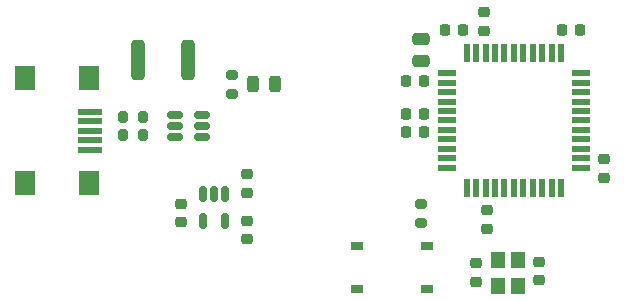
<source format=gbr>
%TF.GenerationSoftware,KiCad,Pcbnew,7.0.1*%
%TF.CreationDate,2023-04-11T01:40:26-06:00*%
%TF.ProjectId,ATMEGA_DevBoard,41544d45-4741-45f4-9465-76426f617264,rev?*%
%TF.SameCoordinates,Original*%
%TF.FileFunction,Paste,Top*%
%TF.FilePolarity,Positive*%
%FSLAX46Y46*%
G04 Gerber Fmt 4.6, Leading zero omitted, Abs format (unit mm)*
G04 Created by KiCad (PCBNEW 7.0.1) date 2023-04-11 01:40:26*
%MOMM*%
%LPD*%
G01*
G04 APERTURE LIST*
G04 Aperture macros list*
%AMRoundRect*
0 Rectangle with rounded corners*
0 $1 Rounding radius*
0 $2 $3 $4 $5 $6 $7 $8 $9 X,Y pos of 4 corners*
0 Add a 4 corners polygon primitive as box body*
4,1,4,$2,$3,$4,$5,$6,$7,$8,$9,$2,$3,0*
0 Add four circle primitives for the rounded corners*
1,1,$1+$1,$2,$3*
1,1,$1+$1,$4,$5*
1,1,$1+$1,$6,$7*
1,1,$1+$1,$8,$9*
0 Add four rect primitives between the rounded corners*
20,1,$1+$1,$2,$3,$4,$5,0*
20,1,$1+$1,$4,$5,$6,$7,0*
20,1,$1+$1,$6,$7,$8,$9,0*
20,1,$1+$1,$8,$9,$2,$3,0*%
G04 Aperture macros list end*
%ADD10RoundRect,0.225000X-0.250000X0.225000X-0.250000X-0.225000X0.250000X-0.225000X0.250000X0.225000X0*%
%ADD11RoundRect,0.225000X0.250000X-0.225000X0.250000X0.225000X-0.250000X0.225000X-0.250000X-0.225000X0*%
%ADD12R,1.200000X1.400000*%
%ADD13RoundRect,0.225000X0.225000X0.250000X-0.225000X0.250000X-0.225000X-0.250000X0.225000X-0.250000X0*%
%ADD14R,1.000000X0.700000*%
%ADD15R,2.000000X0.500000*%
%ADD16R,1.700000X2.000000*%
%ADD17RoundRect,0.200000X-0.275000X0.200000X-0.275000X-0.200000X0.275000X-0.200000X0.275000X0.200000X0*%
%ADD18RoundRect,0.150000X-0.512500X-0.150000X0.512500X-0.150000X0.512500X0.150000X-0.512500X0.150000X0*%
%ADD19RoundRect,0.243750X0.243750X0.456250X-0.243750X0.456250X-0.243750X-0.456250X0.243750X-0.456250X0*%
%ADD20R,1.500000X0.550000*%
%ADD21R,0.550000X1.500000*%
%ADD22RoundRect,0.200000X-0.200000X-0.275000X0.200000X-0.275000X0.200000X0.275000X-0.200000X0.275000X0*%
%ADD23RoundRect,0.150000X-0.150000X0.512500X-0.150000X-0.512500X0.150000X-0.512500X0.150000X0.512500X0*%
%ADD24RoundRect,0.250000X-0.312500X-1.450000X0.312500X-1.450000X0.312500X1.450000X-0.312500X1.450000X0*%
%ADD25RoundRect,0.225000X-0.225000X-0.250000X0.225000X-0.250000X0.225000X0.250000X-0.225000X0.250000X0*%
%ADD26RoundRect,0.250000X0.475000X-0.250000X0.475000X0.250000X-0.475000X0.250000X-0.475000X-0.250000X0*%
G04 APERTURE END LIST*
D10*
%TO.C,C2*%
X126869500Y-105699500D03*
X126869500Y-107249500D03*
%TD*%
D11*
%TO.C,C12*%
X122174000Y-86119000D03*
X122174000Y-84569000D03*
%TD*%
D12*
%TO.C,Y1*%
X125052500Y-107701500D03*
X125052500Y-105501500D03*
X123352500Y-105501500D03*
X123352500Y-107701500D03*
%TD*%
D13*
%TO.C,C10*%
X117094000Y-94742000D03*
X115544000Y-94742000D03*
%TD*%
D14*
%TO.C,S3*%
X117395500Y-108022000D03*
X111395500Y-108022000D03*
X117395500Y-104322000D03*
X111395500Y-104322000D03*
%TD*%
D13*
%TO.C,C6*%
X117107000Y-90424000D03*
X115557000Y-90424000D03*
%TD*%
D15*
%TO.C,J2*%
X88862000Y-93010000D03*
X88862000Y-93810000D03*
X88862000Y-94610000D03*
X88862000Y-95410000D03*
X88862000Y-96210000D03*
D16*
X88762000Y-90160000D03*
X83312000Y-90160000D03*
X88762000Y-99060000D03*
X83312000Y-99060000D03*
%TD*%
D10*
%TO.C,C7*%
X122428000Y-101333000D03*
X122428000Y-102883000D03*
%TD*%
D17*
%TO.C,R13*%
X116840000Y-100775000D03*
X116840000Y-102425000D03*
%TD*%
D18*
%TO.C,U4*%
X96028115Y-93231688D03*
X96028115Y-94181688D03*
X96028115Y-95131688D03*
X98303115Y-95131688D03*
X98303115Y-94181688D03*
X98303115Y-93231688D03*
%TD*%
D11*
%TO.C,C15*%
X96520000Y-102362000D03*
X96520000Y-100812000D03*
%TD*%
D19*
%TO.C,D3*%
X104491000Y-90678000D03*
X102616000Y-90678000D03*
%TD*%
D20*
%TO.C,U3*%
X119014000Y-89726000D03*
X119014000Y-90526000D03*
X119014000Y-91326000D03*
X119014000Y-92126000D03*
X119014000Y-92926000D03*
X119014000Y-93726000D03*
X119014000Y-94526000D03*
X119014000Y-95326000D03*
X119014000Y-96126000D03*
X119014000Y-96926000D03*
X119014000Y-97726000D03*
D21*
X120714000Y-99426000D03*
X121514000Y-99426000D03*
X122314000Y-99426000D03*
X123114000Y-99426000D03*
X123914000Y-99426000D03*
X124714000Y-99426000D03*
X125514000Y-99426000D03*
X126314000Y-99426000D03*
X127114000Y-99426000D03*
X127914000Y-99426000D03*
X128714000Y-99426000D03*
D20*
X130414000Y-97726000D03*
X130414000Y-96926000D03*
X130414000Y-96126000D03*
X130414000Y-95326000D03*
X130414000Y-94526000D03*
X130414000Y-93726000D03*
X130414000Y-92926000D03*
X130414000Y-92126000D03*
X130414000Y-91326000D03*
X130414000Y-90526000D03*
X130414000Y-89726000D03*
D21*
X128714000Y-88026000D03*
X127914000Y-88026000D03*
X127114000Y-88026000D03*
X126314000Y-88026000D03*
X125514000Y-88026000D03*
X124714000Y-88026000D03*
X123914000Y-88026000D03*
X123114000Y-88026000D03*
X122314000Y-88026000D03*
X121514000Y-88026000D03*
X120714000Y-88026000D03*
%TD*%
D13*
%TO.C,C11*%
X120409000Y-86106000D03*
X118859000Y-86106000D03*
%TD*%
D22*
%TO.C,R15*%
X91631911Y-93445905D03*
X93281911Y-93445905D03*
%TD*%
D23*
%TO.C,U5*%
X100264000Y-99954500D03*
X99314000Y-99954500D03*
X98364000Y-99954500D03*
X98364000Y-102229500D03*
X100264000Y-102229500D03*
%TD*%
D22*
%TO.C,R14*%
X91631000Y-94996000D03*
X93281000Y-94996000D03*
%TD*%
D10*
%TO.C,C5*%
X132321000Y-97028000D03*
X132321000Y-98578000D03*
%TD*%
%TO.C,C3*%
X121535500Y-105826500D03*
X121535500Y-107376500D03*
%TD*%
%TO.C,C14*%
X102108000Y-102209000D03*
X102108000Y-103759000D03*
%TD*%
D17*
%TO.C,R16*%
X100838000Y-89853000D03*
X100838000Y-91503000D03*
%TD*%
D11*
%TO.C,C13*%
X102108000Y-99848000D03*
X102108000Y-98298000D03*
%TD*%
D24*
%TO.C,F1*%
X92858500Y-88646000D03*
X97133500Y-88646000D03*
%TD*%
D25*
%TO.C,C4*%
X128778000Y-86106000D03*
X130328000Y-86106000D03*
%TD*%
D13*
%TO.C,C9*%
X117094000Y-93218000D03*
X115544000Y-93218000D03*
%TD*%
D26*
%TO.C,C8*%
X116840000Y-88707000D03*
X116840000Y-86807000D03*
%TD*%
M02*

</source>
